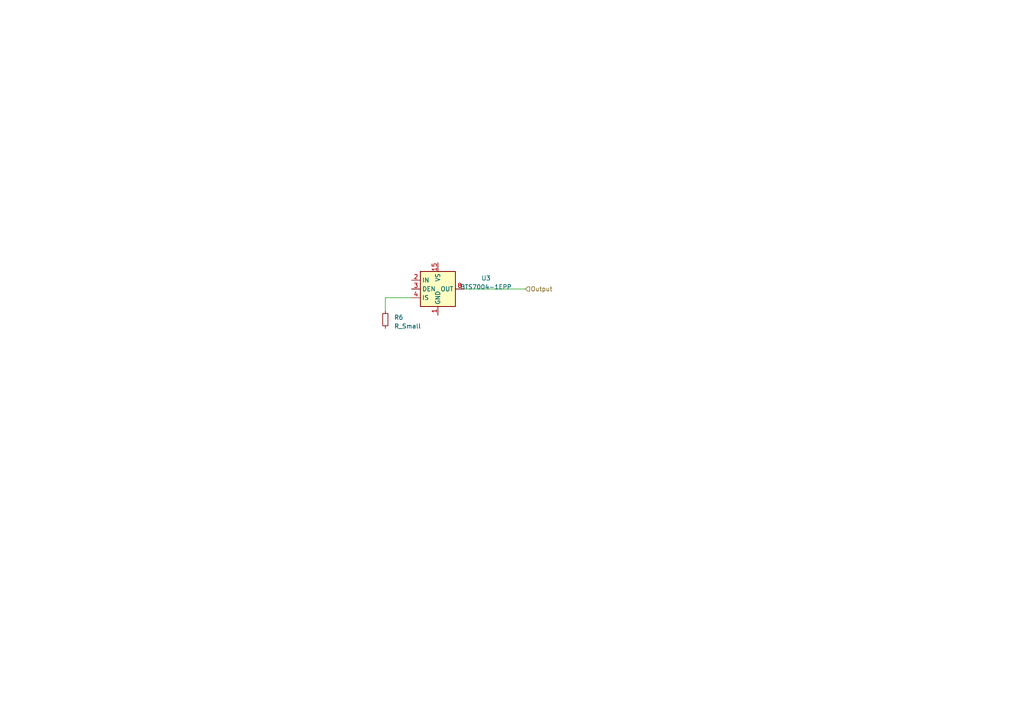
<source format=kicad_sch>
(kicad_sch (version 20230121) (generator eeschema)
  (paper "A4")
  (lib_symbols
    (symbol "Device:R_Small" (pin_numbers hide) (pin_names (offset 0.254) hide)
      (property "Reference" "R" (at 0.762 0.508 0))
      (property "Value" "R_Small" (at 0.762 -1.016 0))
      (symbol "R_Small_0_1"
        (rectangle (start -0.762 1.778) (end 0.762 -1.778) (stroke (width 0.2032)))
      )
      (symbol "R_Small_1_1"
        (pin passive line (at 0 2.54 270) (length 0.762) (name "~") (number "1"))
        (pin passive line (at 0 -2.54 90) (length 0.762) (name "~") (number "2"))
      )
    )
    (symbol "Power_Management:BTS7004-1EPP"
      (property "Reference" "U" (at -3.81 6.35 0))
      (property "Value" "BTS7004-1EPP" (at 7.62 6.35 0))
      (symbol "BTS7004-1EPP_0_1"
        (rectangle (start -5.08 5.08) (end 5.08 -5.08) (stroke (width 0.254)) (fill (type background)))
      )
      (symbol "BTS7004-1EPP_1_1"
        (pin power_in line (at 0 -7.62 90) (length 2.54) (name "GND") (number "1"))
        (pin passive line (at 7.62 0 180) (length 2.54) hide (name "OUT") (number "10"))
        (pin no_connect line (at 5.08 -5.08 180) (length 2.54) hide (name "NC") (number "11"))
        (pin passive line (at 7.62 0 180) (length 2.54) hide (name "OUT") (number "12"))
        (pin passive line (at 7.62 0 180) (length 2.54) hide (name "OUT") (number "13"))
        (pin passive line (at 7.62 0 180) (length 2.54) hide (name "OUT") (number "14"))
        (pin power_in line (at 0 7.62 270) (length 2.54) (name "VS") (number "15"))
        (pin input line (at -7.62 2.54 0) (length 2.54) (name "IN") (number "2"))
        (pin input line (at -7.62 0 0) (length 2.54) (name "DEN") (number "3"))
        (pin output line (at -7.62 -2.54 0) (length 2.54) (name "IS") (number "4"))
        (pin no_connect line (at 5.08 5.08 180) (length 2.54) hide (name "NC") (number "5"))
        (pin no_connect line (at 5.08 2.54 180) (length 2.54) hide (name "NC") (number "6"))
        (pin no_connect line (at 5.08 -2.54 180) (length 2.54) hide (name "NC") (number "7"))
        (pin power_out line (at 7.62 0 180) (length 2.54) (name "OUT") (number "8"))
        (pin passive line (at 7.62 0 180) (length 2.54) hide (name "OUT") (number "9"))
      )
    )
  )
  (wire (pts (xy 134.62 83.82) (xy 152.4 83.82)))
  (wire (pts (xy 111.76 90.17) (xy 111.76 86.36)))
  (wire (pts (xy 111.76 86.36) (xy 119.38 86.36)))
  (hierarchical_label "Output" (shape input) (at 152.4 83.82 0))
  (symbol (lib_id "Power_Management:BTS7004-1EPP") (at 127 83.82 0) (unit 1)
    (property "Reference" "U3" (at 140.97 80.6959 0))
    (property "Value" "BTS7004-1EPP" (at 140.97 83.2359 0))
    (property "Footprint" "Package_SO:Infineon_PG-TSDSO-14-22" (effects hide))
    (property "Datasheet" "https://www.infineon.com/dgdl/Infineon-BTS7004-1EPP-DS-v01_00-EN.pdf?fileId=5546d4626102d35a016147550a725555" (effects hide))
    (instances (project "Power Module Rev 4" (path "" (reference "U3") (unit 1)) (path "" (reference "U7") (unit 1)) (path "" (reference "U3") (unit 1)) (path "" (reference "U4") (unit 1)) (path "" (reference "U5") (unit 1))))
  )
  (symbol (lib_id "Device:R_Small") (at 111.76 92.71 0) (unit 1)
    (property "Reference" "R1" (at 114.3 92.075 0) (effects (justify left)))
    (property "Value" "R_Small" (at 114.3 94.615 0) (effects (justify left)))
    (instances (project "Power Module Rev 4" (path "" (reference "R6") (unit 1)) (path "" (reference "R1") (unit 1)) (path "" (reference "R2") (unit 1)) (path "" (reference "R5") (unit 1))))
  )
)
</source>
